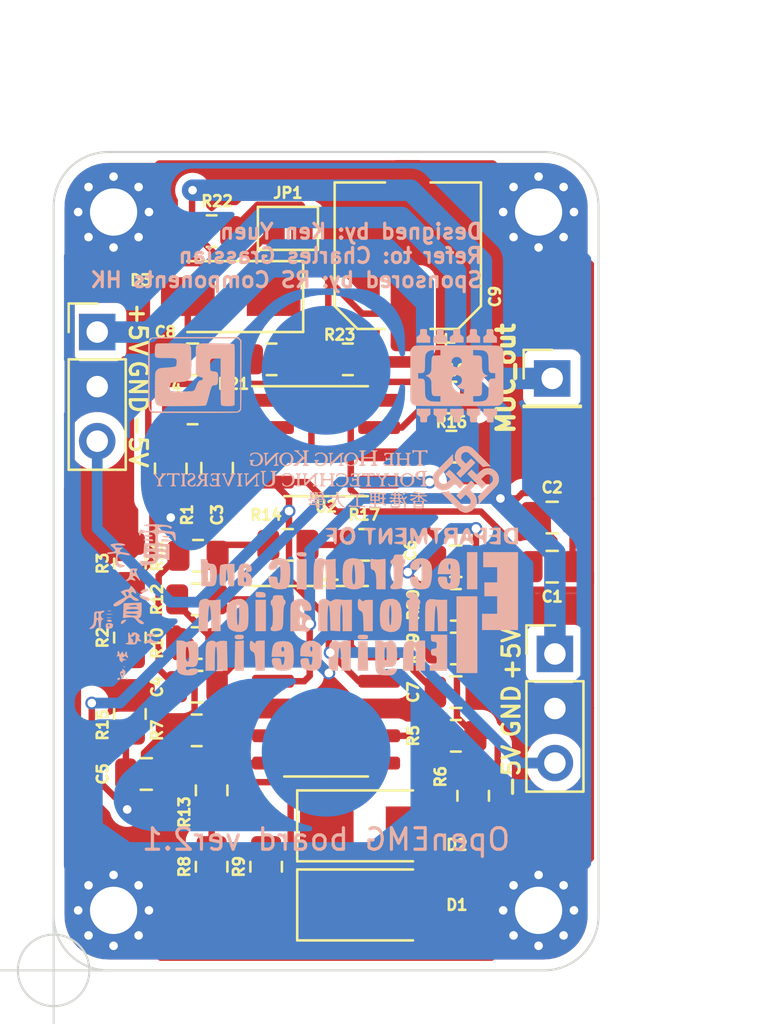
<source format=kicad_pcb>
(kicad_pcb (version 20211014) (generator pcbnew)
  (layers (0 "F.Cu" signal) (31 "B.Cu" signal) (34 "B.Paste" user) (35 "F.Paste" user) (36 "B.SilkS" user "B.Silkscreen") (37 "F.SilkS" user "F.Silkscreen") (38 "B.Mask" user) (39 "F.Mask" user) (44 "Edge.Cuts" user))
  (net 0 "")
  (net 1 "VCC")
  (net 2 "-VDC")
  (net 3 "GND")
  (net 4 "Net-(C3-Pad1)")
  (net 5 "Net-(C3-Pad2)")
  (net 6 "Net-(C4-Pad2)")
  (net 7 "Net-(C5-Pad1)")
  (net 8 "Net-(C5-Pad2)")
  (net 9 "Net-(C6-Pad1)")
  (net 10 "/AC_signal")
  (net 11 "Net-(C7-Pad1)")
  (net 12 "Net-(C8-Pad2)")
  (net 13 "Net-(C9-Pad1)")
  (net 14 "Net-(D1-Pad1)")
  (net 15 "Net-(D1-Pad2)")
  (net 16 "Net-(D2-Pad1)")
  (net 17 "Net-(D3-Pad2)")
  (net 18 "Net-(H1-Pad1)")
  (net 19 "Net-(R1-Pad2)")
  (net 20 "Net-(H2-Pad1)")
  (net 21 "Net-(R2-Pad2)")
  (net 22 "Net-(R13-Pad1)")
  (net 23 "Net-(R10-Pad1)")
  (net 24 "Net-(R11-Pad2)")
  (net 25 "Net-(R16-Pad1)")
  (net 26 "Net-(R18-Pad2)")
  (net 27 "Net-(R19-Pad1)")
  (footprint "Capacitor_SMD:CP_Elec_6.3x4.5" (layer "F.Cu") (at 130.81 55.626 90)
    (fp_text reference "C9")
    (fp_text value "10u")
  )
  (footprint "Resistor_SMD:R_0805_2012Metric" (layer "F.Cu") (at 120.777 62.738 180)
    (fp_text reference "R4")
    (fp_text value "100k")
  )
  (footprint "MountingHole:MountingHole_2.2mm_M2_Pad_Via" (layer "F.Cu") (at 117.094 86.106)
    (fp_text reference "H6" hide)
    (fp_text value "MountingHole_Pad" hide)
  )
  (footprint "Connector_PinHeader_2.54mm:PinHeader_1x03_P2.54mm_Vertical" (layer "F.Cu") (at 116.332 59.182)
    (fp_text reference "J1" hide)
    (fp_text value "power" hide)
  )
  (footprint "MountingHole:MountingHole_6mm" (layer "F.Cu") (at 127 60.96)
    (fp_text reference "H1" hide)
    (fp_text value "in+")
  )
  (footprint "MountingHole:MountingHole_2.2mm_M2_Pad_Via" (layer "F.Cu") (at 136.906 53.594)
    (fp_text reference "H4" hide)
    (fp_text value "MountingHole_Pad" hide)
  )
  (footprint "Capacitor_SMD:C_0805_2012Metric" (layer "F.Cu") (at 137.541 70.104 180)
    (fp_text reference "C1")
    (fp_text value "330n")
  )
  (footprint "Resistor_SMD:R_0805_2012Metric" (layer "F.Cu") (at 117.856 73.406 90)
    (fp_text reference "R2")
    (fp_text value "1k")
  )
  (footprint "Diode_SMD:D_SMA" (layer "F.Cu") (at 122.555 57.531)
    (fp_text reference "D3")
    (fp_text value "SS14")
  )
  (footprint "Resistor_SMD:R_0805_2012Metric" (layer "F.Cu") (at 120.97 71.628)
    (fp_text reference "R12")
    (fp_text value "10k")
  )
  (footprint "Package_SO:SOIC-14_3.9x8.7mm_P1.27mm" (layer "F.Cu") (at 127 75.438)
    (fp_text reference "U1")
    (fp_text value "OPA4188AID")
  )
  (footprint "Resistor_SMD:R_0805_2012Metric" (layer "F.Cu") (at 128.016 60.452)
    (fp_text reference "R23")
    (fp_text value "18k")
  )
  (footprint "Resistor_SMD:R_0805_2012Metric" (layer "F.Cu") (at 121.666 54.483)
    (fp_text reference "R22")
    (fp_text value "18k")
  )
  (footprint "Resistor_SMD:R_0805_2012Metric" (layer "F.Cu") (at 120.97 73.66 180)
    (fp_text reference "R10")
    (fp_text value "18k")
  )
  (footprint "Connector_PinHeader_2.54mm:PinHeader_1x01_P2.54mm_Vertical" (layer "F.Cu") (at 137.541 61.341)
    (fp_text reference "J3" hide)
    (fp_text value "MUC_pin" hide)
  )
  (footprint "Resistor_SMD:R_0805_2012Metric" (layer "F.Cu") (at 120.97 77.724 180)
    (fp_text reference "R7")
    (fp_text value "15k")
  )
  (footprint "Capacitor_SMD:C_0805_2012Metric" (layer "F.Cu") (at 120.777 60.452)
    (fp_text reference "C8")
    (fp_text value "330n")
  )
  (footprint "Resistor_SMD:R_0805_2012Metric" (layer "F.Cu") (at 117.856 76.962 90)
    (fp_text reference "R15")
    (fp_text value "10k")
  )
  (footprint "Capacitor_SMD:C_0805_2012Metric" (layer "F.Cu") (at 133.05 69.85)
    (fp_text reference "C6")
    (fp_text value "330n")
  )
  (footprint "Resistor_SMD:R_0805_2012Metric" (layer "F.Cu") (at 121.031 69.596)
    (fp_text reference "R11")
    (fp_text value "15k")
  )
  (footprint "Package_SO:SOIC-8_3.9x4.9mm_P1.27mm" (layer "F.Cu") (at 127 64.262)
    (fp_text reference "U2")
    (fp_text value "OPA2188AID")
  )
  (footprint "Resistor_SMD:R_0805_2012Metric" (layer "F.Cu") (at 119.761 65.532 90)
    (fp_text reference "R1")
    (fp_text value "1k")
  )
  (footprint "Resistor_SMD:R_0805_2012Metric" (layer "F.Cu") (at 128.778 69.088)
    (fp_text reference "R17")
    (fp_text value "1k")
  )
  (footprint "Diode_SMD:D_SMA" (layer "F.Cu") (at 129.032 82.169 180)
    (fp_text reference "D2")
    (fp_text value "SS14")
  )
  (footprint "MountingHole:MountingHole_6mm" (layer "F.Cu") (at 127 78.74)
    (fp_text reference "H2" hide)
    (fp_text value "in-")
  )
  (footprint "Resistor_SMD:R_0805_2012Metric" (layer "F.Cu") (at 133.858 80.772 -90)
    (fp_text reference "R6")
    (fp_text value "20k")
  )
  (footprint "Capacitor_SMD:C_0805_2012Metric" (layer "F.Cu") (at 137.541 67.818 180)
    (fp_text reference "C2")
    (fp_text value "330n")
  )
  (footprint "Jumper:SolderJumper-2_P1.3mm_Open_Pad1.0x1.5mm" (layer "F.Cu") (at 125.222 54.356 180)
    (fp_text reference "JP1")
    (fp_text value "jumper")
  )
  (footprint "Capacitor_SMD:C_0805_2012Metric" (layer "F.Cu") (at 133.05 75.946)
    (fp_text reference "C7")
    (fp_text value "330n")
  )
  (footprint "MountingHole:MountingHole_2.2mm_M2_Pad_Via" (layer "F.Cu") (at 136.906 86.106)
    (fp_text reference "H5" hide)
    (fp_text value "MountingHole_Pad" hide)
  )
  (footprint "Diode_SMD:D_SMA" (layer "F.Cu") (at 129.032 85.852 180)
    (fp_text reference "D1")
    (fp_text value "SS14")
  )
  (footprint "Resistor_SMD:R_0805_2012Metric" (layer "F.Cu") (at 132.842 62.23 180)
    (fp_text reference "R18")
    (fp_text value "4k7")
  )
  (footprint "Resistor_SMD:R_0805_2012Metric" (layer "F.Cu") (at 121.666 80.518 90)
    (fp_text reference "R13")
    (fp_text value "10k")
  )
  (footprint "Connector_PinHeader_2.54mm:PinHeader_1x03_P2.54mm_Vertical" (layer "F.Cu") (at 137.668 74.168)
    (fp_text reference "J2" hide)
    (fp_text value "power" hide)
  )
  (footprint "Resistor_SMD:R_0805_2012Metric" (layer "F.Cu") (at 133.05 71.882)
    (fp_text reference "R20")
    (fp_text value "10k")
  )
  (footprint "Resistor_SMD:R_0805_2012Metric" (layer "F.Cu") (at 124.206 84.074 90)
    (fp_text reference "R9")
    (fp_text value "10k")
  )
  (footprint "Resistor_SMD:R_0805_2012Metric" (layer "F.Cu") (at 121.666 84.074 90)
    (fp_text reference "R8")
    (fp_text value "10k")
  )
  (footprint "Capacitor_SMD:C_0805_2012Metric" (layer "F.Cu") (at 120.97 75.692)
    (fp_text reference "C4")
    (fp_text value "470n")
  )
  (footprint "Capacitor_SMD:C_0805_2012Metric" (layer "F.Cu") (at 118.618 79.756)
    (fp_text reference "C5")
    (fp_text value "1u")
  )
  (footprint "Resistor_SMD:R_0805_2012Metric" (layer "F.Cu") (at 132.842 64.516)
    (fp_text reference "R16")
    (fp_text value "1k")
  )
  (footprint "Resistor_SMD:R_0805_2012Metric" (layer "F.Cu") (at 117.856 69.9535 90)
    (fp_text reference "R3")
    (fp_text value "100k")
  )
  (footprint "MountingHole:MountingHole_2.2mm_M2_Pad_Via" (layer "F.Cu") (at 117.094 53.594)
    (fp_text reference "H3" hide)
    (fp_text value "MountingHole_Pad" hide)
  )
  (footprint "Capacitor_SMD:C_0805_2012Metric" (layer "F.Cu") (at 121.92 65.532 90)
    (fp_text reference "C3")
    (fp_text value "470n")
  )
  (footprint "Resistor_SMD:R_0805_2012Metric" (layer "F.Cu") (at 133.05 73.914)
    (fp_text reference "R19")
    (fp_text value "18k")
  )
  (footprint "Resistor_SMD:R_0805_2012Metric" (layer "F.Cu") (at 125.222 69.088)
    (fp_text reference "R14")
    (fp_text value "1k")
  )
  (footprint "Resistor_SMD:R_0805_2012Metric" (layer "F.Cu") (at 133.05 77.978 180)
    (fp_text reference "R5")
    (fp_text value "10k")
  )
  (footprint "Resistor_SMD:R_0805_2012Metric" (layer "F.Cu") (at 124.46 60.452 180)
    (fp_text reference "R21")
    (fp_text value "1k")
  )
  (footprint "icon:eie_icon_1" (layer "B.Cu") (at 125.984 71.755 180)
    (fp_text reference "G2" hide)
    (fp_text value "LOGO" hide)
  )
  (footprint "icon:polyu_icon_1" (layer "B.Cu") (at 125.937892 66.044366 180)
    (fp_text reference "G3" hide)
    (fp_text value "LOGO" hide)
  )
  (footprint "icon:charles'_lab_icon" (layer "B.Cu") (at 133.096 61.214 180)
    (fp_text reference "G4" hide)
    (fp_text value "LOGO" hide)
  )
  (footprint "icon:rs_icon_1" (layer "B.Cu") (at 120.904 61.214 180)
    (fp_text reference "G1" hide)
    (fp_text value "LOGO" hide)
  )
  (gr_arc (start 137.16 50.8) (mid 138.956051 51.543949) (end 139.7 53.34) (layer "Edge.Cuts") (width 0.1))
  (gr_line (start 114.3 53.34) (end 114.3 86.36) (layer "Edge.Cuts") (width 0.1))
  (gr_line (start 116.84 88.9) (end 137.16 88.9) (layer "Edge.Cuts") (width 0.1))
  (gr_line (start 116.84 50.8) (end 137.16 50.8) (layer "Edge.Cuts") (width 0.1))
  (gr_line (start 139.7 86.36) (end 139.7 53.34) (layer "Edge.Cuts") (width 0.1))
  (gr_arc (start 139.7 86.36) (mid 138.956051 88.156051) (end 137.16 88.9) (layer "Edge.Cuts") (width 0.1))
  (gr_arc (start 116.84 88.9) (mid 115.043949 88.156051) (end 114.3 86.36) (layer "Edge.Cuts") (width 0.1))
  (gr_arc (start 114.3 53.34) (mid 115.043949 51.543949) (end 116.84 50.8) (layer "Edge.Cuts") (width 0.1))
  (gr_text "OpenEMG board ver2.1" (at 127 82.804) (layer "B.SilkS") (effects (font (size 1 1)) (justify mirror)))
  (gr_text "Designed by: Ken Yuen\nRefer to: Charles Grassian\nSponsored by: RS Components HK" (at 134.366 55.626) (layer "B.SilkS") (effects (font (size 0.7 0.7)) (justify left mirror)))
  (gr_text "+5V" (at 135.636 74.168 90) (layer "F.SilkS") (effects (font (size 0.8 0.8))))
  (gr_text "MUC_out" (at 135.382 61.341 90) (layer "F.SilkS") (effects (font (size 0.8 0.8) (thickness 0.2))))
  (gr_text "GND" (at 135.636 76.835 90) (layer "F.SilkS") (effects (font (size 0.8 0.8))))
  (gr_text "-5V" (at 135.636 79.629 90) (layer "F.SilkS") (effects (font (size 0.8 0.8))))
  (gr_text "+5V" (at 118.237 59.055 -90) (layer "F.SilkS") (effects (font (size 0.8 0.8))))
  (gr_text "-5V" (at 118.237 64.262 -90) (layer "F.SilkS") (effects (font (size 0.8 0.8))))
  (gr_text "GND" (at 118.237 61.722 -90) (layer "F.SilkS") (effects (font (size 0.8 0.8))))
  (target plus (at 114.3 88.9) (size 5) (width 0.1) (layer "Edge.Cuts"))
  (segment (start 125.984 75.438) (end 126.238 75.184) (width 0.3) (layer "F.Cu") (net 1))
  (segment (start 129.475 62.357) (end 129.063573 62.357) (width 0.3) (layer "F.Cu") (net 1))
  (segment (start 128.555573 66.929) (end 135.128 66.929) (width 0.3) (layer "F.Cu") (net 1))
  (segment (start 128.15048 66.523907) (end 128.555573 66.929) (width 0.3) (layer "F.Cu") (net 1))
  (segment (start 135.907151 66.929) (end 136.161151 66.675) (width 0.3) (layer "F.Cu") (net 1))
  (segment (start 129.063573 62.357) (end 128.15048 63.270093) (width 0.3) (layer "F.Cu") (net 1))
  (segment (start 138.491 67.818) (end 138.491 70.104) (width 0.3) (layer "F.Cu") (net 1))
  (segment (start 135.128 66.929) (end 135.907151 66.929) (width 0.3) (layer "F.Cu") (net 1))
  (segment (start 137.348 66.675) (end 138.491 67.818) (width 0.3) (layer "F.Cu") (net 1))
  (segment (start 128.15048 63.270093) (end 128.15048 66.523907) (width 0.3) (layer "F.Cu") (net 1))
  (segment (start 124.525 75.438) (end 125.984 75.438) (width 0.3) (layer "F.Cu") (net 1))
  (segment (start 136.161151 66.675) (end 137.348 66.675) (width 0.3) (layer "F.Cu") (net 1))
  (segment (start 126.238 75.184) (end 126.238 72.771) (width 0.3) (layer "F.Cu") (net 1))
  (via (at 135.128 66.929) (size 0.6) (drill 0.4) (layers "F.Cu" "B.Cu") (net 1))
  (via (at 126.238 72.771) (size 0.6) (drill 0.4) (layers "F.Cu" "B.Cu") (net 1))
  (segment (start 135.128 63.037378) (end 135.128 66.929) (width 1) (layer "B.Cu") (net 1))
  (segment (start 133.03948 60.948858) (end 135.128 63.037378) (width 1) (layer "B.Cu") (net 1))
  (segment (start 126.238 72.771) (end 126.238 69.342) (width 0.5) (layer "B.Cu") (net 1))
  (segment (start 128.651 66.929) (end 135.128 66.929) (width 0.5) (layer "B.Cu") (net 1))
  (segment (start 116.332 59.182) (end 118.745 59.182) (width 1) (layer "B.Cu") (net 1))
  (segment (start 133.03948 56.376858) (end 133.03948 60.948858) (width 1) (layer "B.Cu") (net 1))
  (segment (start 126.238 69.342) (end 128.651 66.929) (width 0.5) (layer "B.Cu") (net 1))
  (segment (start 130.510622 53.848) (end 133.03948 56.376858) (width 1) (layer "B.Cu") (net 1))
  (segment (start 137.668 69.469) (end 137.668 74.168) (width 1) (layer "B.Cu") (net 1))
  (segment (start 118.745 59.182) (end 124.079 53.848) (width 1) (layer "B.Cu") (net 1))
  (segment (start 135.128 66.929) (end 137.668 69.469) (width 1) (layer "B.Cu") (net 1))
  (segment (start 124.079 53.848) (end 130.510622 53.848) (width 1) (layer "B.Cu") (net 1))
  (segment (start 127.1905 74.1045) (end 127.5715 74.4855) (width 0.3) (layer "F.Cu") (net 2))
  (segment (start 134.21396 67.53896) (end 127.48296 67.53896) (width 0.3) (layer "F.Cu") (net 2))
  (segment (start 135.255 69.469) (end 135.255 68.58) (width 0.3) (layer "F.Cu") (net 2))
  (segment (start 125.27248 66.91448) (end 124.525 66.167) (width 0.3) (layer "F.Cu") (net 2))
  (segment (start 136.591 70.104) (end 135.89 70.104) (width 0.3) (layer "F.Cu") (net 2))
  (segment (start 127.127 72.548573) (end 127.127 74.041) (width 0.3) (layer "F.Cu") (net 2))
  (segment (start 135.255 68.58) (end 134.21396 67.53896) (width 0.3) (layer "F.Cu") (net 2))
  (segment (start 127.127 74.041) (end 127.1905 74.1045) (width 0.3) (layer "F.Cu") (net 2))
  (segment (start 126.111 66.167) (end 124.525 66.167) (width 0.3) (layer "F.Cu") (net 2))
  (segment (start 125.27248 70.694053) (end 127.127 72.548573) (width 0.3) (layer "F.Cu") (net 2))
  (segment (start 125.27248 66.91448) (end 125.27248 67.51352) (width 0.3) (layer "F.Cu") (net 2))
  (segment (start 135.89 70.104) (end 135.255 69.469) (width 0.3) (layer "F.Cu") (net 2))
  (segment (start 127.48296 67.53896) (end 126.111 66.167) (width 0.3) (layer "F.Cu") (net 2))
  (segment (start 125.27248 67.51352) (end 125.27248 70.694053) (width 0.3) (layer "F.Cu") (net 2))
  (segment (start 128.524 75.438) (end 129.475 75.438) (width 0.3) (layer "F.Cu") (net 2))
  (segment (start 127.5715 74.4855) (end 128.524 75.438) (width 0.3) (layer "F.Cu") (net 2))
  (via (at 127.1905 74.1045) (size 0.6) (drill 0.4) (layers "F.Cu" "B.Cu") (net 2))
  (via (at 125.27248 67.51352) (size 0.6) (drill 0.4) (layers "F.Cu" "B.Cu") (net 2))
  (segment (start 121.031 71.755) (end 119.761 71.755) (width 0.5) (layer "B.Cu") (net 2))
  (segment (start 119.761 71.755) (end 116.332 68.326) (width 0.5) (layer "B.Cu") (net 2))
  (segment (start 130.8735 74.1045) (end 127.1905 74.1045) (width 0.5) (layer "B.Cu") (net 2))
  (segment (start 136.017 79.248) (end 130.8735 74.1045) (width 0.5) (layer "B.Cu") (net 2))
  (segment (start 125.27248 67.51352) (end 121.031 71.755) (width 0.5) (layer "B.Cu") (net 2))
  (segment (start 137.668 79.248) (end 136.017 79.248) (width 0.5) (layer "B.Cu") (net 2))
  (segment (start 116.332 68.326) (end 116.332 64.262) (width 0.5) (layer "B.Cu") (net 2))
  (segment (start 120.0575 77.724) (end 119.566849 77.724) (width 0.3) (layer "F.Cu") (net 3))
  (segment (start 130.81 51.562) (end 130.683 51.435) (width 0.5) (layer "F.Cu") (net 3))
  (segment (start 119.253 51.435) (end 130.683 51.435) (width 0.5) (layer "F.Cu") (net 3))
  (segment (start 133.9625 75.9085) (end 134 75.946) (width 0.3) (layer "F.Cu") (net 3))
  (segment (start 120.86952 74.47202) (end 120.86952 76.91198) (width 0.3) (layer "F.Cu") (net 3))
  (segment (start 114.92897 67.30397) (end 116.666 69.041) (width 0.3) (layer "F.Cu") (net 3))
  (segment (start 139.34052 66.95052) (end 139.34052 56.02852) (width 0.3) (layer "F.Cu") (net 3))
  (segment (start 137.668 76.708) (end 134.762 76.708) (width 0.3) (layer "F.Cu") (net 3))
  (segment (start 130.81 52.926) (end 130.81 51.562) (width 0.5) (layer "F.Cu") (net 3))
  (segment (start 138.989329 71.17852) (end 139.34052 70.827329) (width 0.3) (layer "F.Cu") (net 3))
  (segment (start 118.51752 84.68248) (end 117.348 85.852) (width 0.3) (layer "F.Cu") (net 3))
  (segment (start 134.706001 88.305999) (end 136.906 86.106) (width 0.3) (layer "F.Cu") (net 3))
  (segment (start 137.668 76.708) (end 139.319 76.708) (width 0.3) (layer "F.Cu") (net 3))
  (segment (start 114.92897 83.94097) (end 117.094 86.106) (width 0.3) (layer "F.Cu") (net 3))
  (segment (start 128.9285 60.452) (end 130.429 60.452) (width 0.3) (layer "F.Cu") (net 3))
  (segment (start 124.525 76.708) (end 127.127 76.708) (width 0.3) (layer "F.Cu") (net 3))
  (segment (start 119.566849 77.724) (end 118.51752 78.773329) (width 0.3) (layer "F.Cu") (net 3))
  (segment (start 139.34052 56.02852) (end 136.906 53.594) (width 0.3) (layer "F.Cu") (net 3))
  (segment (start 130.683 51.435) (end 134.747 51.435) (width 0.5) (layer "F.Cu") (net 3))
  (segment (start 137.64148 70.827329) (end 137.992671 71.17852) (width 0.3) (layer "F.Cu") (net 3))
  (segment (start 115.132489 66.317489) (end 115.132489 62.921511) (width 0.3) (layer "F.Cu") (net 3))
  (segment (start 116.332 61.722) (end 117.602 60.452) (width 0.3) (layer "F.Cu") (net 3))
  (segment (start 135.001 64.516) (end 133.7545 64.516) (width 0.3) (layer "F.Cu") (net 3))
  (segment (start 117.348 53.848) (end 115.132489 56.063511) (width 0.3) (layer "F.Cu") (net 3))
  (segment (start 134.762 76.708) (end 134 75.946) (width 0.3) (layer "F.Cu") (net 3))
  (segment (start 139.34052 70.827329) (end 139.34052 70.37952) (width 0.3) (layer "F.Cu") (net 3))
  (segment (start 137.992671 71.17852) (end 138.989329 71.17852) (width 0.3) (layer "F.Cu") (net 3))
  (segment (start 114.92897 67.30397) (end 114.92897 83.94097) (width 0.3) (layer "F.Cu") (net 3))
  (segment (start 139.319 76.708) (end 139.34052 76.68648) (width 0.3) (layer "F.Cu") (net 3))
  (segment (start 134.747 51.435) (end 136.906 53.594) (width 0.5) (layer "F.Cu") (net 3))
  (segment (start 139.34052 83.67148) (end 136.906 86.106) (width 0.3) (layer "F.Cu") (net 3))
  (segment (start 127.127 75.057) (end 127.127 76.708) (width 0.3) (layer "F.Cu") (net 3))
  (segment (start 133.731 60.452) (end 135.001 61.722) (width 0.3) (layer "F.Cu") (net 3))
  (segment (start 139.34052 70.37952) (end 139.34052 66.95052) (width 0.3) (layer "F.Cu") (net 3))
  (segment (start 139.34052 70.37952) (end 139.34052 76.68648) (width 0.3) (layer "F.Cu") (net 3))
  (segment (start 133.9625 73.914) (end 133.9625 75.9085) (width 0.3) (layer "F.Cu") (net 3))
  (segment (start 136.591 67.818) (end 137.64148 68.86848) (width 0.3) (layer "F.Cu") (net 3))
  (segment (start 115.132489 56.063511) (end 115.132489 62.921511) (width 0.3) (layer "F.Cu") (net 3))
  (segment (start 136.69798 71.17852) (end 137.992671 71.17852) (width 0.3) (layer "F.Cu") (net 3))
  (segment (start 119.293999 88.305999) (end 134.706001 88.305999) (width 0.3) (layer "F.Cu") (net 3))
  (segment (start 114.92897 66.521008) (end 114.92897 67.30397) (width 0.3) (layer "F.Cu") (net 3))
  (segment (start 117.094 53.594) (end 119.253 51.435) (width 0.5) (layer "F.Cu") (net 3))
  (segment (start 116.666 69.041) (end 117.856 69.041) (width 0.3) (layer "F.Cu") (net 3))
  (segment (start 117.094 86.106) (end 119.293999 88.305999) (width 0.3) (layer "F.Cu") (net 3))
  (segment (start 139.34052 66.95052) (end 136.906 64.516) (width 0.3) (layer "F.Cu") (net 3))
  (segment (start 120.86952 76.91198) (end 120.0575 77.724) (width 0.3) (layer "F.Cu") (net 3))
  (segment (start 136.906 64.516) (end 135.001 64.516) (width 0.3) (layer "F.Cu") (net 3))
  (segment (start 118.383 76.0495) (end 120.0575 77.724) (width 0.3) (layer "F.Cu") (net 3))
  (segment (start 127.127 76.708) (end 129.475 76.708) (width 0.3) (layer "F.Cu") (net 3))
  (segment (start 118.51752 78.773329) (end 118.51752 84.68248) (width 0.3) (layer "F.Cu") (net 3))
  (segment (start 137.64148 68.86848) (end 137.64148 70.827329) (width 0.3) (layer "F.Cu") (net 3))
  (segment (start 117.602 60.452) (end 119.827 60.452) (width 0.3) (layer "F.Cu") (net 3))
  (segment (start 115.132489 66.317489) (end 114.92897 66.521008) (width 0.3) (layer "F.Cu") (net 3))
  (segment (start 115.132489 62.921511) (end 116.332 61.722) (width 0.3) (layer "F.Cu") (net 3))
  (segment (start 133.9625 73.914) (end 136.69798 71.17852) (width 0.3) (layer "F.Cu") (net 3))
  (segment (start 139.34052 76.68648) (end 139.34052 83.67148) (width 0.3) (layer "F.Cu") (net 3))
  (segment (start 117.856 76.0495) (end 118.383 76.0495) (width 0.3) (layer "F.Cu") (net 3))
  (segment (start 120.0575 73.66) (end 120.86952 74.47202) (width 0.3) (layer "F.Cu") (net 3))
  (segment (start 130.429 60.452) (end 133.731 60.452) (width 0.3) (layer "F.Cu") (net 3))
  (segment (start 135.001 61.722) (end 135.001 64.516) (width 0.3) (layer "F.Cu") (net 3))
  (via (at 127.127 75.057) (size 0.6) (drill 0.4) (layers "F.Cu" "B.Cu") (net 3))
  (segment (start 116.332 61.722) (end 115.032489 63.021511) (width 0.5) (layer "B.Cu") (net 3))
  (segment (start 115.032489 60.422489) (end 115.032489 55.655511) (width 0.5) (layer "B.Cu") (net 3))
  (segment (start 119.126 88.138) (end 134.874 88.138) (width 0.5) (layer "B.Cu") (net 3))
  (segment (start 139.105999 75.270001) (end 137.668 76.708) (width 0.5) (layer "B.Cu") (net 3))
  (segment (start 134.874 76.708) (end 137.668 76.708) (width 0.5) (layer "B.Cu") (net 3))
  (segment (start 116.332 61.722) (end 115.032489 60.422489) (width 0.5) (layer "B.Cu") (net 3))
  (segment (start 139.105999 75.270001) (end 139.105999 83.906001) (width 0.5) (layer "B.Cu") (net 3))
  (segment (start 131.445 73.279) (end 134.874 76.708) (width 0.5) (layer "B.Cu") (net 3))
  (segment (start 134.874 88.138) (end 136.906 86.106) (width 0.5) (layer "B.Cu") (net 3))
  (segment (start 115.032489 55.655511) (end 117.094 53.594) (width 0.5) (layer "B.Cu") (net 3))
  (segment (start 127.08303 75.057) (end 126.440989 74.414959) (width 0.5) (layer "B.Cu") (net 3))
  (segment (start 115.032489 63.021511) (end 115.032489 84.044489) (width 0.5) (layer "B.Cu") (net 3))
  (segment (start 126.440989 73.794041) (end 126.95603 73.279) (width 0.5) (layer "B.Cu") (net 3))
  (segment (start 136.906 53.594) (end 139.105999 55.793999) (width 0.5) (layer "B.Cu") (net 3))
  (segment (start 139.105999 83.906001) (end 136.906 86.106) (width 0.5) (layer "B.Cu") (net 3))
  (segment (start 115.032489 84.044489) (end 117.094 86.106) (width 0.5) (layer "B.Cu") (net 3))
  (segment (start 126.440989 74.414959) (end 126.440989 73.794041) (width 0.5) (layer "B.Cu") (net 3))
  (segment (start 117.094 86.106) (end 119.126 88.138) (width 0.5) (layer "B.Cu") (net 3))
  (segment (start 127.127 75.057) (end 127.08303 75.057) (width 0.5) (layer "B.Cu") (net 3))
  (segment (start 139.105999 55.793999) (end 139.105999 75.270001) (width 0.5) (layer "B.Cu") (net 3))
  (segment (start 126.95603 73.279) (end 131.445 73.279) (width 0.5) (layer "B.Cu") (net 3))
  (segment (start 119.19548 70.51902) (end 120.1185 69.596) (width 0.3) (layer "F.Cu") (net 4))
  (segment (start 121.031 68.6835) (end 121.031 67.371) (width 0.3) (layer "F.Cu") (net 4))
  (segment (start 121.031 67.371) (end 121.92 66.482) (width 0.3) (layer "F.Cu") (net 4))
  (segment (start 119.19548 74.86748) (end 119.19548 70.51902) (width 0.3) (layer "F.Cu") (net 4))
  (segment (start 120.1185 69.596) (end 120.142 69.596) (width 0.3) (layer "F.Cu") (net 4))
  (segment (start 120.1185 69.596) (end 121.031 68.6835) (width 0.3) (layer "F.Cu") (net 4))
  (segment (start 120.02 75.692) (end 119.19548 74.86748) (width 0.3) (layer "F.Cu") (net 4))
  (segment (start 122.0705 62.357) (end 121.6895 62.738) (width 0.3) (layer "F.Cu") (net 5))
  (segment (start 121.6895 64.3515) (end 121.92 64.582) (width 0.3) (layer "F.Cu") (net 5))
  (segment (start 124.525 62.357) (end 122.0705 62.357) (width 0.3) (layer "F.Cu") (net 5))
  (segment (start 121.6895 62.738) (end 121.6895 64.3515) (width 0.3) (layer "F.Cu") (net 5))
  (segment (start 121.92 75.438) (end 121.92 75.692) (width 0.3) (layer "F.Cu") (net 6))
  (segment (start 121.92 77.6865) (end 121.8825 77.724) (width 0.3) (layer "F.Cu") (net 6))
  (segment (start 121.92 75.692) (end 121.92 77.6865) (width 0.3) (layer "F.Cu") (net 6))
  (segment (start 123.19 74.168) (end 121.92 75.438) (width 0.3) (layer "F.Cu") (net 6))
  (segment (start 124.525 74.168) (end 123.19 74.168) (width 0.3) (layer "F.Cu") (net 6))
  (segment (start 116.078 76.454) (end 116.078 77.597) (width 0.3) (layer "F.Cu") (net 7))
  (segment (start 116.078 77.597) (end 116.3555 77.8745) (width 0.3) (layer "F.Cu") (net 7))
  (segment (start 129.475 66.167) (end 131.826 66.167) (width 0.3) (layer "F.Cu") (net 7))
  (segment (start 116.3555 77.8745) (end 117.856 77.8745) (width 0.3) (layer "F.Cu") (net 7))
  (segment (start 117.668 79.756) (end 117.668 78.0625) (width 0.3) (layer "F.Cu") (net 7))
  (segment (start 117.668 78.0625) (end 117.856 77.8745) (width 0.3) (layer "F.Cu") (net 7))
  (via (at 116.078 76.454) (size 0.6) (drill 0.4) (layers "F.Cu" "B.Cu") (net 7))
  (via (at 131.826 66.167) (size 0.6) (drill 0.4) (layers "F.Cu" "B.Cu") (net 7))
  (segment (start 116.078 76.454) (end 117.39197 76.454) (width 0.5) (layer "B.Cu") (net 7))
  (segment (start 117.39197 76.454) (end 127.67897 66.167) (width 0.5) (layer "B.Cu") (net 7))
  (segment (start 127.67897 66.167) (end 131.826 66.167) (width 0.5) (layer "B.Cu") (net 7))
  (segment (start 121.6895 79.629) (end 121.666 79.6055) (width 0.3) (layer "F.Cu") (net 8))
  (segment (start 122.682 79.629) (end 121.6895 79.629) (width 0.3) (layer "F.Cu") (net 8))
  (segment (start 119.7185 79.6055) (end 119.568 79.756) (width 0.3) (layer "F.Cu") (net 8))
  (segment (start 121.666 79.6055) (end 119.7185 79.6055) (width 0.3) (layer "F.Cu") (net 8))
  (segment (start 123.063 79.248) (end 122.682 79.629) (width 0.3) (layer "F.Cu") (net 8))
  (segment (start 124.525 79.248) (end 123.063 79.248) (width 0.3) (layer "F.Cu") (net 8))
  (segment (start 127.8655 69.088) (end 128.91502 68.03848) (width 0.3) (layer "F.Cu") (net 9))
  (segment (start 128.91502 68.03848) (end 131.41148 68.03848) (width 0.3) (layer "F.Cu") (net 9))
  (segment (start 132.1 68.727) (end 132.1 69.85) (width 0.3) (layer "F.Cu") (net 9))
  (segment (start 131.41148 68.03848) (end 132.1 68.727) (width 0.3) (layer "F.Cu") (net 9))
  (segment (start 126.1345 69.088) (end 127.8655 69.088) (width 0.3) (layer "F.Cu") (net 9))
  (segment (start 130.901862 71.628) (end 131.648862 70.881) (width 0.2) (layer "F.Cu") (net 10))
  (segment (start 133.985 68.326) (end 133.985 69.835) (width 0.3) (layer "F.Cu") (net 10))
  (segment (start 134 71.8445) (end 133.9625 71.882) (width 0.3) (layer "F.Cu") (net 10))
  (segment (start 121.666 85.979) (end 123.43552 87.74852) (width 0.3) (layer "F.Cu") (net 10))
  (segment (start 134 70.881) (end 134 71.8445) (width 0.3) (layer "F.Cu") (net 10))
  (segment (start 123.43552 87.74852) (end 132.540908 87.74852) (width 0.3) (layer "F.Cu") (net 10))
  (segment (start 133.10048 77.11598) (end 133.10048 72.74402) (width 0.3) (layer "F.Cu") (net 10))
  (segment (start 121.666 84.9865) (end 121.666 85.979) (width 0.3) (layer "F.Cu") (net 10))
  (segment (start 134.62 77.978) (end 133.9625 77.978) (width 0.3) (layer "F.Cu") (net 10))
  (segment (start 134.929572 82.240428) (end 135.001 82.240428) (width 0.3) (layer "F.Cu") (net 10))
  (segment (start 131.648862 70.881) (end 134 70.881) (width 0.2) (layer "F.Cu") (net 10))
  (segment (start 133.9625 77.978) (end 133.10048 77.11598) (width 0.3) (layer "F.Cu") (net 10))
  (segment (start 133.477 83.693) (end 134.929572 82.240428) (width 0.3) (layer "F.Cu") (net 10))
  (segment (start 135.001 78.359) (end 134.62 77.978) (width 0.3) (layer "F.Cu") (net 10))
  (segment (start 132.540908 87.74852) (end 133.477 86.812428) (width 0.3) (layer "F.Cu") (net 10))
  (segment (start 129.475 71.628) (end 130.901862 71.628) (width 0.2) (layer "F.Cu") (net 10))
  (segment (start 130.81 70.358) (end 131.333 70.881) (width 0.2) (layer "F.Cu") (net 10))
  (segment (start 133.985 69.835) (end 134 69.85) (width 0.3) (layer "F.Cu") (net 10))
  (segment (start 133.10048 72.74402) (end 133.9625 71.882) (width 0.3) (layer "F.Cu") (net 10))
  (segment (start 135.001 82.240428) (end 135.001 78.359) (width 0.3) (layer "F.Cu") (net 10))
  (segment (start 134 69.85) (end 134 70.881) (width 0.3) (layer "F.Cu") (net 10))
  (segment (start 133.477 86.812428) (end 133.477 83.693) (width 0.3) (layer "F.Cu") (net 10))
  (segment (start 131.333 70.881) (end 131.648862 70.881) (width 0.2) (layer "F.Cu") (net 10))
  (via (at 130.81 70.358) (size 0.6) (drill 0.4) (layers "F.Cu" "B.Cu") (net 10))
  (via (at 133.985 68.326) (size 0.6) (drill 0.4) (layers "F.Cu" "B.Cu") (net 10))
  (segment (start 133.985 68.326) (end 132.842 68.326) (width 0.5) (layer "B.Cu") (net 10))
  (segment (start 132.842 68.326) (end 130.81 70.358) (width 0.5) (layer "B.Cu") (net 10))
  (segment (start 131.064 74.91) (end 132.1 75.946) (width 0.3) (layer "F.Cu") (net 11))
  (segment (start 128.524 74.168) (end 129.475 74.168) (width 0.3) (layer "F.Cu") (net 11))
  (segment (start 129.475 74.168) (end 130.937 74.168) (width 0.3) (layer "F.Cu") (net 11))
  (segment (start 130.937 74.168) (end 131.064 74.295) (width 0.3) (layer "F.Cu") (net 11))
  (segment (start 128.15048 73.79448) (end 128.524 74.168) (width 0.3) (layer "F.Cu") (net 11))
  (segment (start 128.15048 70.62802) (end 128.15048 73.79448) (width 0.3) (layer "F.Cu") (net 11))
  (segment (start 131.064 74.295) (end 131.064 74.91) (width 0.3) (layer "F.Cu") (net 11))
  (segment (start 129.6905 69.088) (end 128.15048 70.62802) (width 0.3) (layer "F.Cu") (net 11))
  (segment (start 121.727 60.452) (end 123.5475 60.452) (width 0.3) (layer "F.Cu") (net 12))
  (segment (start 120.555 57.531) (end 120.555 59.28) (width 0.3) (layer "F.Cu") (net 12))
  (segment (start 120.555 59.28) (end 121.727 60.452) (width 0.3) (layer "F.Cu") (net 12))
  (segment (start 123.805011 53.256489) (end 125.822489 53.256489) (width 0.3) (layer "F.Cu") (net 13))
  (segment (start 125.872 54.356) (end 125.872 55.514) (width 0.3) (layer "F.Cu") (net 13))
  (segment (start 125.872 53.306) (end 125.872 54.356) (width 0.3) (layer "F.Cu") (net 13))
  (segment (start 125.872 55.514) (end 127.1035 56.7455) (width 0.3) (layer "F.Cu") (net 13))
  (segment (start 127.1035 56.7455) (end 128.684 58.326) (width 0.3) (layer "F.Cu") (net 13))
  (segment (start 125.822489 53.256489) (end 125.872 53.306) (width 0.3) (layer "F.Cu") (net 13))
  (segment (start 128.684 58.326) (end 130.81 58.326) (width 0.3) (layer "F.Cu") (net 13))
  (segment (start 127.1035 56.7455) (end 127.1035 60.452) (width 0.3) (layer "F.Cu") (net 13))
  (segment (start 122.5785 54.483) (end 123.805011 53.256489) (width 0.3) (layer "F.Cu") (net 13))
  (segment (start 127.032 79.978) (end 127.032 82.169) (width 0.3) (layer "F.Cu") (net 14))
  (segment (start 127.032 83.09) (end 128.016 84.074) (width 0.3) (layer "F.Cu") (net 14))
  (segment (start 129.475 79.248) (end 127.762 79.248) (width 0.3) (layer "F.Cu") (net 14))
  (segment (start 131.032 85.312) (end 131.032 85.852) (width 0.3) (layer "F.Cu") (net 14))
  (segment (start 128.016 84.074) (end 129.794 84.074) (width 0.3) (layer "F.Cu") (net 14))
  (segment (start 129.794 84.074) (end 131.032 85.312) (width 0.3) (layer "F.Cu") (net 14))
  (segment (start 127.032 82.169) (end 127.032 83.09) (width 0.3) (layer "F.Cu") (net 14))
  (segment (start 127.762 79.248) (end 127.032 79.978) (width 0.3) (layer "F.Cu") (net 14))
  (segment (start 126.56448 79.739093) (end 126.56448 79.754947) (width 0.3) (layer "F.Cu") (net 15))
  (segment (start 129.475 77.978) (end 128.325573 77.978) (width 0.3) (layer "F.Cu") (net 15))
  (segment (start 125.349 80.970427) (end 125.349 84.169) (width 0.3) (layer "F.Cu") (net 15))
  (segment (start 128.325573 77.978) (end 126.56448 79.739093) (width 0.3) (layer "F.Cu") (net 15))
  (segment (start 129.475 77.978) (end 132.1375 77.978) (width 0.3) (layer "F.Cu") (net 15))
  (segment (start 133.0725 79.8595) (end 133.858 79.8595) (width 0.3) (layer "F.Cu") (net 15))
  (segment (start 132.1375 77.978) (end 132.1375 78.9245) (width 0.3) (layer "F.Cu") (net 15))
  (segment (start 132.1375 78.9245) (end 133.0725 79.8595) (width 0.3) (layer "F.Cu") (net 15))
  (segment (start 125.349 84.169) (end 127.032 85.852) (width 0.3) (layer "F.Cu") (net 15))
  (segment (start 126.56448 79.754947) (end 125.349 80.970427) (width 0.3) (layer "F.Cu") (net 15))
  (segment (start 133.8345 81.661) (end 133.858 81.6845) (width 0.3) (layer "F.Cu") (net 16))
  (segment (start 132.969 86.614) (end 132.334 87.249) (width 0.3) (layer "F.Cu") (net 16))
  (segment (start 125.579978 87.249) (end 124.206 85.875022) (width 0.3) (layer "F.Cu") (net 16))
  (segment (start 133.858 81.6845) (end 133.858 82.423) (width 0.3) (layer "F.Cu") (net 16))
  (segment (start 132.969 83.312) (end 132.969 86.614) (width 0.3) (layer "F.Cu") (net 16))
  (segment (start 131.54 81.661) (end 133.8345 81.661) (width 0.3) (layer "F.Cu") (net 16))
  (segment (start 124.206 85.875022) (end 124.206 84.9865) (width 0.3) (layer "F.Cu") (net 16))
  (segment (start 132.334 87.249) (end 125.579978 87.249) (width 0.3) (layer "F.Cu") (net 16))
  (segment (start 133.858 82.423) (end 132.969 83.312) (width 0.3) (layer "F.Cu") (net 16))
  (segment (start 131.032 82.169) (end 131.54 81.661) (width 0.3) (layer "F.Cu") (net 16))
  (segment (start 123.39548 55.53252) (end 124.572 54.356) (width 0.3) (layer "F.Cu") (net 17))
  (segment (start 120.7535 52.6015) (end 120.777 52.578) (width 0.3) (layer "F.Cu") (net 17))
  (segment (start 121.80302 55.53252) (end 123.39548 55.53252) (width 0.3) (layer "F.Cu") (net 17))
  (segment (start 120.7535 54.483) (end 120.7535 52.6015) (width 0.3) (layer "F.Cu") (net 17))
  (segment (start 124.555 56.69204) (end 124.555 57.531) (width 0.3) (layer "F.Cu") (net 17))
  (segment (start 120.7535 54.483) (end 121.80302 55.53252) (width 0.3) (layer "F.Cu") (net 17))
  (segment (start 123.39548 55.53252) (end 124.555 56.69204) (width 0.3) (layer "F.Cu") (net 17))
  (via (at 120.777 52.578) (size 0.6) (drill 0.4) (layers "F.Cu" "B.Cu") (net 17))
  (segment (start 130.937 52.578) (end 134.239 55.88) (width 1) (layer "B.Cu") (net 17))
  (segment (start 134.239 60.452) (end 135.128 61.341) (width 1) (layer "B.Cu") (net 17))
  (segment (start 134.239 55.88) (end 134.239 60.452) (width 1) (layer "B.Cu") (net 17))
  (segment (start 135.128 61.341) (end 137.541 61.341) (width 1) (layer "B.Cu") (net 17))
  (segment (start 120.777 52.578) (end 130.937 52.578) (width 1) (layer "B.Cu") (net 17))
  (segment (start 119.761 66.4445) (end 119.761 67.818) (width 0.3) (layer "F.Cu") (net 18))
  (via (at 119.761 67.818) (size 0.6) (drill 0.4) (layers "F.Cu" "B.Cu") (net 18))
  (segment (start 122.99452 64.083671) (end 122.99452 65.080329) (width 0.3) (layer "F.Cu") (net 19))
  (segment (start 119.8645 62.738) (end 119.8645 64.516) (width 0.3) (layer "F.Cu") (net 19))
  (segment (start 124.525 63.627) (end 123.451191 63.627) (width 0.3) (layer "F.Cu") (net 19))
  (segment (start 119.8645 64.516) (end 119.761 64.6195) (width 0.3) (layer "F.Cu") (net 19))
  (segment (start 120.57302 65.43152) (end 119.761 64.6195) (width 0.3) (layer "F.Cu") (net 19))
  (segment (start 123.451191 63.627) (end 122.99452 64.083671) (width 0.3) (layer "F.Cu") (net 19))
  (segment (start 122.99452 65.080329) (end 122.643329 65.43152) (width 0.3) (layer "F.Cu") (net 19))
  (segment (start 122.643329 65.43152) (end 120.57302 65.43152) (width 0.3) (layer "F.Cu") (net 19))
  (segment (start 115.428489 79.106489) (end 115.428489 74.944511) (width 0.3) (layer "F.Cu") (net 20))
  (segment (start 117.8325 74.295) (end 117.856 74.3185) (width 0.3) (layer "F.Cu") (net 20))
  (segment (start 117.729 81.407) (end 115.428489 79.106489) (width 0.3) (layer "F.Cu") (net 20))
  (segment (start 115.428489 74.944511) (end 116.078 74.295) (width 0.3) (layer "F.Cu") (net 20))
  (segment (start 116.078 74.295) (end 117.8325 74.295) (width 0.3) (layer "F.Cu") (net 20))
  (via (at 117.729 81.407) (size 0.6) (drill 0.4) (layers "F.Cu" "B.Cu") (net 20))
  (segment (start 126.317072 64.690928) (end 126.111 64.897) (width 0.3) (layer "F.Cu") (net 21))
  (segment (start 124.525 64.897) (end 126.111 64.897) (width 0.3) (layer "F.Cu") (net 21))
  (segment (start 118.71148 62.330671) (end 118.71148 66.955329) (width 0.3) (layer "F.Cu") (net 21))
  (segment (start 119.447151 61.595) (end 118.71148 62.330671) (width 0.3) (layer "F.Cu") (net 21))
  (segment (start 118.90552 69.81648) (end 117.856 70.866) (width 0.3) (layer "F.Cu") (net 21))
  (segment (start 118.71148 66.955329) (end 118.90552 67.149369) (width 0.3) (layer "F.Cu") (net 21))
  (segment (start 117.856 72.4935) (end 117.856 70.866) (width 0.3) (layer "F.Cu") (net 21))
  (segment (start 126.317072 62.103) (end 126.317072 64.690928) (width 0.3) (layer "F.Cu") (net 21))
  (segment (start 126.317072 62.103) (end 125.809072 61.595) (width 0.3) (layer "F.Cu") (net 21))
  (segment (start 125.809072 61.595) (end 119.447151 61.595) (width 0.3) (layer "F.Cu") (net 21))
  (segment (start 118.90552 67.149369) (end 118.90552 69.81648) (width 0.3) (layer "F.Cu") (net 21))
  (segment (start 125.84952 78.891093) (end 125.84952 79.76348) (width 0.3) (layer "F.Cu") (net 22))
  (segment (start 124.936427 77.978) (end 125.84952 78.891093) (width 0.3) (layer "F.Cu") (net 22))
  (segment (start 121.666 83.1615) (end 124.206 83.1615) (width 0.3) (layer "F.Cu") (net 22))
  (segment (start 125.84952 79.76348) (end 125.476 80.137) (width 0.3) (layer "F.Cu") (net 22))
  (segment (start 122.9595 80.137) (end 121.666 81.4305) (width 0.3) (layer "F.Cu") (net 22))
  (segment (start 125.476 80.137) (end 122.9595 80.137) (width 0.3) (layer "F.Cu") (net 22))
  (segment (start 124.525 77.978) (end 124.936427 77.978) (width 0.3) (layer "F.Cu") (net 22))
  (segment (start 121.666 81.4305) (end 121.666 83.1615) (width 0.3) (layer "F.Cu") (net 22))
  (segment (start 121.8825 73.4435) (end 122.428 72.898) (width 0.3) (layer "F.Cu") (net 23))
  (segment (start 120.0575 71.628) (end 120.0575 71.835) (width 0.3) (layer "F.Cu") (net 23))
  (segment (start 120.0575 71.835) (end 121.8825 73.66) (width 0.3) (layer "F.Cu") (net 23))
  (segment (start 122.428 72.898) (end 124.525 72.898) (width 0.3) (layer "F.Cu") (net 23))
  (segment (start 121.8825 73.66) (end 121.8825 73.4435) (width 0.3) (layer "F.Cu") (net 23))
  (segment (start 121.9435 71.567) (end 121.8825 71.628) (width 0.3) (layer "F.Cu") (net 24))
  (segment (start 121.9435 69.3185) (end 122.174 69.088) (width 0.3) (layer "F.Cu") (net 24))
  (segment (start 121.9435 69.596) (end 121.9435 69.3185) (width 0.3) (layer "F.Cu") (net 24))
  (segment (start 124.525 71.628) (end 121.8825 71.628) (width 0.3) (layer "F.Cu") (net 24))
  (segment (start 122.174 69.088) (end 124.3095 69.088) (width 0.3) (layer "F.Cu") (net 24))
  (segment (start 121.9435 69.596) (end 121.9435 71.567) (width 0.3) (layer "F.Cu") (net 24))
  (segment (start 129.475 64.897) (end 131.5485 64.897) (width 0.3) (layer "F.Cu") (net 25))
  (segment (start 131.5485 64.897) (end 131.9295 64.516) (width 0.3) (layer "F.Cu") (net 25))
  (segment (start 133.7545 62.23) (end 133.7545 62.7145) (width 0.3) (layer "F.Cu") (net 25))
  (segment (start 131.9295 64.0315) (end 131.9295 64.516) (width 0.3) (layer "F.Cu") (net 25))
  (segment (start 133.7545 62.7145) (end 132.969 63.5) (width 0.3) (layer "F.Cu") (net 25))
  (segment (start 132.969 63.5) (end 132.461 63.5) (width 0.3) (layer "F.Cu") (net 25))
  (segment (start 132.461 63.5) (end 131.9295 64.0315) (width 0.3) (layer "F.Cu") (net 25))
  (segment (start 126.42202 61.50152) (end 131.20102 61.50152) (width 0.3) (layer "F.Cu") (net 26))
  (segment (start 131.20102 61.50152) (end 131.9295 62.23) (width 0.3) (layer "F.Cu") (net 26))
  (segment (start 130.5325 63.627) (end 131.9295 62.23) (width 0.3) (layer "F.Cu") (net 26))
  (segment (start 129.475 63.627) (end 130.5325 63.627) (width 0.3) (layer "F.Cu") (net 26))
  (segment (start 125.3725 60.452) (end 126.42202 61.50152) (width 0.3) (layer "F.Cu") (net 26))
  (segment (start 131.1215 72.898) (end 132.1375 73.914) (width 0.3) (layer "F.Cu") (net 27))
  (segment (start 129.475 72.898) (end 131.1215 72.898) (width 0.3) (layer "F.Cu") (net 27))
  (segment (start 132.1375 73.914) (end 132.1375 71.882) (width 0.3) (layer "F.Cu") (net 27))
  (zone (net 3) (net_name "GND") (layer "F.Cu") (connect_pads yes (clearance 0.508)) (min_thickness 0.254) (fill yes (thermal_gap 0.508) (thermal_bridge_width 0.508) (smoothing fillet) (radius 3))
    (polygon (pts (xy 139.7 53.594) (xy 139.7 86.106) (xy 139.7 88.9) (xy 136.906 88.9) (xy 117.094 88.9) (xy 114.3 88.9) (xy 114.3 86.106) (xy 114.3 53.594) (xy 114.3 50.8) (xy 117.094 50.8) (xy 136.906 50.8) (xy 139.7 50.8)))
  )
  (zone (net 18) (net_name "Net-(H1-Pad1)") (layer "B.Cu") (connect_pads yes (clearance 0.508)) (min_thickness 0.254) (fill yes (thermal_gap 0.508) (thermal_bridge_width 0.508) (smoothing fillet) (radius 3))
    (polygon (pts (xy 130.683 58.547) (xy 130.683 63.246) (xy 128.651 65.278) (xy 125.222 65.278) (xy 121.158 69.342) (xy 120.269 69.342) (xy 118.364 67.437) (xy 118.364 63.881) (xy 125.095 57.15) (xy 129.286 57.15)))
  )
  (zone (net 20) (net_name "Net-(H2-Pad1)") (layer "B.Cu") (connect_pads yes (clearance 0.508)) (min_thickness 0.254) (fill yes (thermal_gap 0.508) (thermal_bridge_width 0.508) (smoothing fillet) (radius 3))
    (polygon (pts (xy 130.429 76.581) (xy 130.429 80.899) (xy 128.524 82.423) (xy 118.364 82.423) (xy 117.094 81.661) (xy 117.094 80.137) (xy 122.555 75.311) (xy 129.032 75.311)))
  )
  (zone (net 3) (net_name "GND") (layer "B.Cu") (connect_pads yes (clearance 0.508)) (min_thickness 0.254) (fill yes (thermal_gap 0.508) (thermal_bridge_width 0.508) (smoothing fillet) (radius 3))
    (polygon (pts (xy 139.7 51.181) (xy 139.7 88.9) (xy 114.3 88.9) (xy 114.3 50.8) (xy 136.906 50.8) (xy 139.7 50.8)))
    (polygon (pts (xy 122.047 74.803) (xy 116.586 79.629) (xy 116.586 82.042) (xy 117.856 82.931) (xy 129.032 82.931) (xy 130.937 81.407) (xy 130.937 76.073) (xy 129.54 74.803)))
    (polygon (pts (xy 131.191 58.039) (xy 129.794 56.642) (xy 124.587 56.642) (xy 117.856 63.373) (xy 117.856 67.945) (xy 119.761 69.85) (xy 121.666 69.85) (xy 125.73 65.786) (xy 129.159 65.786) (xy 131.191 63.754)))
  )
)
</source>
